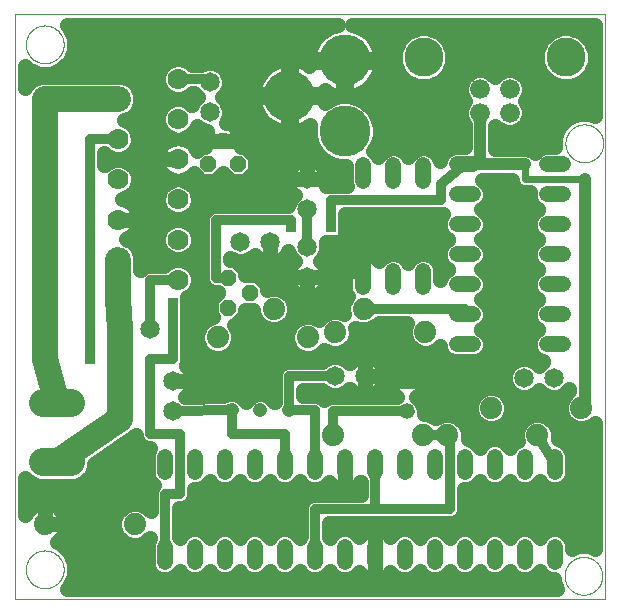
<source format=gtl>
G75*
%MOIN*%
%OFA0B0*%
%FSLAX25Y25*%
%IPPOS*%
%LPD*%
%AMOC8*
5,1,8,0,0,1.08239X$1,22.5*
%
%ADD10C,0.00000*%
%ADD11C,0.06500*%
%ADD12C,0.07000*%
%ADD13C,0.06600*%
%ADD14C,0.13000*%
%ADD15C,0.04756*%
%ADD16C,0.07400*%
%ADD17C,0.05200*%
%ADD18C,0.17000*%
%ADD19C,0.09370*%
%ADD20C,0.05200*%
%ADD21OC8,0.05200*%
%ADD22C,0.08600*%
%ADD23C,0.03200*%
%ADD24C,0.05000*%
%ADD25R,0.03562X0.03562*%
%ADD26C,0.04000*%
%ADD27C,0.02400*%
D10*
X0243500Y0183500D02*
X0243500Y0378461D01*
X0440350Y0378461D01*
X0440350Y0183500D01*
X0243500Y0183500D01*
X0247201Y0193500D02*
X0247203Y0193658D01*
X0247209Y0193816D01*
X0247219Y0193974D01*
X0247233Y0194132D01*
X0247251Y0194289D01*
X0247272Y0194446D01*
X0247298Y0194602D01*
X0247328Y0194758D01*
X0247361Y0194913D01*
X0247399Y0195066D01*
X0247440Y0195219D01*
X0247485Y0195371D01*
X0247534Y0195522D01*
X0247587Y0195671D01*
X0247643Y0195819D01*
X0247703Y0195965D01*
X0247767Y0196110D01*
X0247835Y0196253D01*
X0247906Y0196395D01*
X0247980Y0196535D01*
X0248058Y0196672D01*
X0248140Y0196808D01*
X0248224Y0196942D01*
X0248313Y0197073D01*
X0248404Y0197202D01*
X0248499Y0197329D01*
X0248596Y0197454D01*
X0248697Y0197576D01*
X0248801Y0197695D01*
X0248908Y0197812D01*
X0249018Y0197926D01*
X0249131Y0198037D01*
X0249246Y0198146D01*
X0249364Y0198251D01*
X0249485Y0198353D01*
X0249608Y0198453D01*
X0249734Y0198549D01*
X0249862Y0198642D01*
X0249992Y0198732D01*
X0250125Y0198818D01*
X0250260Y0198902D01*
X0250396Y0198981D01*
X0250535Y0199058D01*
X0250676Y0199130D01*
X0250818Y0199200D01*
X0250962Y0199265D01*
X0251108Y0199327D01*
X0251255Y0199385D01*
X0251404Y0199440D01*
X0251554Y0199491D01*
X0251705Y0199538D01*
X0251857Y0199581D01*
X0252010Y0199620D01*
X0252165Y0199656D01*
X0252320Y0199687D01*
X0252476Y0199715D01*
X0252632Y0199739D01*
X0252789Y0199759D01*
X0252947Y0199775D01*
X0253104Y0199787D01*
X0253263Y0199795D01*
X0253421Y0199799D01*
X0253579Y0199799D01*
X0253737Y0199795D01*
X0253896Y0199787D01*
X0254053Y0199775D01*
X0254211Y0199759D01*
X0254368Y0199739D01*
X0254524Y0199715D01*
X0254680Y0199687D01*
X0254835Y0199656D01*
X0254990Y0199620D01*
X0255143Y0199581D01*
X0255295Y0199538D01*
X0255446Y0199491D01*
X0255596Y0199440D01*
X0255745Y0199385D01*
X0255892Y0199327D01*
X0256038Y0199265D01*
X0256182Y0199200D01*
X0256324Y0199130D01*
X0256465Y0199058D01*
X0256604Y0198981D01*
X0256740Y0198902D01*
X0256875Y0198818D01*
X0257008Y0198732D01*
X0257138Y0198642D01*
X0257266Y0198549D01*
X0257392Y0198453D01*
X0257515Y0198353D01*
X0257636Y0198251D01*
X0257754Y0198146D01*
X0257869Y0198037D01*
X0257982Y0197926D01*
X0258092Y0197812D01*
X0258199Y0197695D01*
X0258303Y0197576D01*
X0258404Y0197454D01*
X0258501Y0197329D01*
X0258596Y0197202D01*
X0258687Y0197073D01*
X0258776Y0196942D01*
X0258860Y0196808D01*
X0258942Y0196672D01*
X0259020Y0196535D01*
X0259094Y0196395D01*
X0259165Y0196253D01*
X0259233Y0196110D01*
X0259297Y0195965D01*
X0259357Y0195819D01*
X0259413Y0195671D01*
X0259466Y0195522D01*
X0259515Y0195371D01*
X0259560Y0195219D01*
X0259601Y0195066D01*
X0259639Y0194913D01*
X0259672Y0194758D01*
X0259702Y0194602D01*
X0259728Y0194446D01*
X0259749Y0194289D01*
X0259767Y0194132D01*
X0259781Y0193974D01*
X0259791Y0193816D01*
X0259797Y0193658D01*
X0259799Y0193500D01*
X0259797Y0193342D01*
X0259791Y0193184D01*
X0259781Y0193026D01*
X0259767Y0192868D01*
X0259749Y0192711D01*
X0259728Y0192554D01*
X0259702Y0192398D01*
X0259672Y0192242D01*
X0259639Y0192087D01*
X0259601Y0191934D01*
X0259560Y0191781D01*
X0259515Y0191629D01*
X0259466Y0191478D01*
X0259413Y0191329D01*
X0259357Y0191181D01*
X0259297Y0191035D01*
X0259233Y0190890D01*
X0259165Y0190747D01*
X0259094Y0190605D01*
X0259020Y0190465D01*
X0258942Y0190328D01*
X0258860Y0190192D01*
X0258776Y0190058D01*
X0258687Y0189927D01*
X0258596Y0189798D01*
X0258501Y0189671D01*
X0258404Y0189546D01*
X0258303Y0189424D01*
X0258199Y0189305D01*
X0258092Y0189188D01*
X0257982Y0189074D01*
X0257869Y0188963D01*
X0257754Y0188854D01*
X0257636Y0188749D01*
X0257515Y0188647D01*
X0257392Y0188547D01*
X0257266Y0188451D01*
X0257138Y0188358D01*
X0257008Y0188268D01*
X0256875Y0188182D01*
X0256740Y0188098D01*
X0256604Y0188019D01*
X0256465Y0187942D01*
X0256324Y0187870D01*
X0256182Y0187800D01*
X0256038Y0187735D01*
X0255892Y0187673D01*
X0255745Y0187615D01*
X0255596Y0187560D01*
X0255446Y0187509D01*
X0255295Y0187462D01*
X0255143Y0187419D01*
X0254990Y0187380D01*
X0254835Y0187344D01*
X0254680Y0187313D01*
X0254524Y0187285D01*
X0254368Y0187261D01*
X0254211Y0187241D01*
X0254053Y0187225D01*
X0253896Y0187213D01*
X0253737Y0187205D01*
X0253579Y0187201D01*
X0253421Y0187201D01*
X0253263Y0187205D01*
X0253104Y0187213D01*
X0252947Y0187225D01*
X0252789Y0187241D01*
X0252632Y0187261D01*
X0252476Y0187285D01*
X0252320Y0187313D01*
X0252165Y0187344D01*
X0252010Y0187380D01*
X0251857Y0187419D01*
X0251705Y0187462D01*
X0251554Y0187509D01*
X0251404Y0187560D01*
X0251255Y0187615D01*
X0251108Y0187673D01*
X0250962Y0187735D01*
X0250818Y0187800D01*
X0250676Y0187870D01*
X0250535Y0187942D01*
X0250396Y0188019D01*
X0250260Y0188098D01*
X0250125Y0188182D01*
X0249992Y0188268D01*
X0249862Y0188358D01*
X0249734Y0188451D01*
X0249608Y0188547D01*
X0249485Y0188647D01*
X0249364Y0188749D01*
X0249246Y0188854D01*
X0249131Y0188963D01*
X0249018Y0189074D01*
X0248908Y0189188D01*
X0248801Y0189305D01*
X0248697Y0189424D01*
X0248596Y0189546D01*
X0248499Y0189671D01*
X0248404Y0189798D01*
X0248313Y0189927D01*
X0248224Y0190058D01*
X0248140Y0190192D01*
X0248058Y0190328D01*
X0247980Y0190465D01*
X0247906Y0190605D01*
X0247835Y0190747D01*
X0247767Y0190890D01*
X0247703Y0191035D01*
X0247643Y0191181D01*
X0247587Y0191329D01*
X0247534Y0191478D01*
X0247485Y0191629D01*
X0247440Y0191781D01*
X0247399Y0191934D01*
X0247361Y0192087D01*
X0247328Y0192242D01*
X0247298Y0192398D01*
X0247272Y0192554D01*
X0247251Y0192711D01*
X0247233Y0192868D01*
X0247219Y0193026D01*
X0247209Y0193184D01*
X0247203Y0193342D01*
X0247201Y0193500D01*
X0426754Y0191345D02*
X0426756Y0191503D01*
X0426762Y0191661D01*
X0426772Y0191819D01*
X0426786Y0191977D01*
X0426804Y0192134D01*
X0426825Y0192291D01*
X0426851Y0192447D01*
X0426881Y0192603D01*
X0426914Y0192758D01*
X0426952Y0192911D01*
X0426993Y0193064D01*
X0427038Y0193216D01*
X0427087Y0193367D01*
X0427140Y0193516D01*
X0427196Y0193664D01*
X0427256Y0193810D01*
X0427320Y0193955D01*
X0427388Y0194098D01*
X0427459Y0194240D01*
X0427533Y0194380D01*
X0427611Y0194517D01*
X0427693Y0194653D01*
X0427777Y0194787D01*
X0427866Y0194918D01*
X0427957Y0195047D01*
X0428052Y0195174D01*
X0428149Y0195299D01*
X0428250Y0195421D01*
X0428354Y0195540D01*
X0428461Y0195657D01*
X0428571Y0195771D01*
X0428684Y0195882D01*
X0428799Y0195991D01*
X0428917Y0196096D01*
X0429038Y0196198D01*
X0429161Y0196298D01*
X0429287Y0196394D01*
X0429415Y0196487D01*
X0429545Y0196577D01*
X0429678Y0196663D01*
X0429813Y0196747D01*
X0429949Y0196826D01*
X0430088Y0196903D01*
X0430229Y0196975D01*
X0430371Y0197045D01*
X0430515Y0197110D01*
X0430661Y0197172D01*
X0430808Y0197230D01*
X0430957Y0197285D01*
X0431107Y0197336D01*
X0431258Y0197383D01*
X0431410Y0197426D01*
X0431563Y0197465D01*
X0431718Y0197501D01*
X0431873Y0197532D01*
X0432029Y0197560D01*
X0432185Y0197584D01*
X0432342Y0197604D01*
X0432500Y0197620D01*
X0432657Y0197632D01*
X0432816Y0197640D01*
X0432974Y0197644D01*
X0433132Y0197644D01*
X0433290Y0197640D01*
X0433449Y0197632D01*
X0433606Y0197620D01*
X0433764Y0197604D01*
X0433921Y0197584D01*
X0434077Y0197560D01*
X0434233Y0197532D01*
X0434388Y0197501D01*
X0434543Y0197465D01*
X0434696Y0197426D01*
X0434848Y0197383D01*
X0434999Y0197336D01*
X0435149Y0197285D01*
X0435298Y0197230D01*
X0435445Y0197172D01*
X0435591Y0197110D01*
X0435735Y0197045D01*
X0435877Y0196975D01*
X0436018Y0196903D01*
X0436157Y0196826D01*
X0436293Y0196747D01*
X0436428Y0196663D01*
X0436561Y0196577D01*
X0436691Y0196487D01*
X0436819Y0196394D01*
X0436945Y0196298D01*
X0437068Y0196198D01*
X0437189Y0196096D01*
X0437307Y0195991D01*
X0437422Y0195882D01*
X0437535Y0195771D01*
X0437645Y0195657D01*
X0437752Y0195540D01*
X0437856Y0195421D01*
X0437957Y0195299D01*
X0438054Y0195174D01*
X0438149Y0195047D01*
X0438240Y0194918D01*
X0438329Y0194787D01*
X0438413Y0194653D01*
X0438495Y0194517D01*
X0438573Y0194380D01*
X0438647Y0194240D01*
X0438718Y0194098D01*
X0438786Y0193955D01*
X0438850Y0193810D01*
X0438910Y0193664D01*
X0438966Y0193516D01*
X0439019Y0193367D01*
X0439068Y0193216D01*
X0439113Y0193064D01*
X0439154Y0192911D01*
X0439192Y0192758D01*
X0439225Y0192603D01*
X0439255Y0192447D01*
X0439281Y0192291D01*
X0439302Y0192134D01*
X0439320Y0191977D01*
X0439334Y0191819D01*
X0439344Y0191661D01*
X0439350Y0191503D01*
X0439352Y0191345D01*
X0439350Y0191187D01*
X0439344Y0191029D01*
X0439334Y0190871D01*
X0439320Y0190713D01*
X0439302Y0190556D01*
X0439281Y0190399D01*
X0439255Y0190243D01*
X0439225Y0190087D01*
X0439192Y0189932D01*
X0439154Y0189779D01*
X0439113Y0189626D01*
X0439068Y0189474D01*
X0439019Y0189323D01*
X0438966Y0189174D01*
X0438910Y0189026D01*
X0438850Y0188880D01*
X0438786Y0188735D01*
X0438718Y0188592D01*
X0438647Y0188450D01*
X0438573Y0188310D01*
X0438495Y0188173D01*
X0438413Y0188037D01*
X0438329Y0187903D01*
X0438240Y0187772D01*
X0438149Y0187643D01*
X0438054Y0187516D01*
X0437957Y0187391D01*
X0437856Y0187269D01*
X0437752Y0187150D01*
X0437645Y0187033D01*
X0437535Y0186919D01*
X0437422Y0186808D01*
X0437307Y0186699D01*
X0437189Y0186594D01*
X0437068Y0186492D01*
X0436945Y0186392D01*
X0436819Y0186296D01*
X0436691Y0186203D01*
X0436561Y0186113D01*
X0436428Y0186027D01*
X0436293Y0185943D01*
X0436157Y0185864D01*
X0436018Y0185787D01*
X0435877Y0185715D01*
X0435735Y0185645D01*
X0435591Y0185580D01*
X0435445Y0185518D01*
X0435298Y0185460D01*
X0435149Y0185405D01*
X0434999Y0185354D01*
X0434848Y0185307D01*
X0434696Y0185264D01*
X0434543Y0185225D01*
X0434388Y0185189D01*
X0434233Y0185158D01*
X0434077Y0185130D01*
X0433921Y0185106D01*
X0433764Y0185086D01*
X0433606Y0185070D01*
X0433449Y0185058D01*
X0433290Y0185050D01*
X0433132Y0185046D01*
X0432974Y0185046D01*
X0432816Y0185050D01*
X0432657Y0185058D01*
X0432500Y0185070D01*
X0432342Y0185086D01*
X0432185Y0185106D01*
X0432029Y0185130D01*
X0431873Y0185158D01*
X0431718Y0185189D01*
X0431563Y0185225D01*
X0431410Y0185264D01*
X0431258Y0185307D01*
X0431107Y0185354D01*
X0430957Y0185405D01*
X0430808Y0185460D01*
X0430661Y0185518D01*
X0430515Y0185580D01*
X0430371Y0185645D01*
X0430229Y0185715D01*
X0430088Y0185787D01*
X0429949Y0185864D01*
X0429813Y0185943D01*
X0429678Y0186027D01*
X0429545Y0186113D01*
X0429415Y0186203D01*
X0429287Y0186296D01*
X0429161Y0186392D01*
X0429038Y0186492D01*
X0428917Y0186594D01*
X0428799Y0186699D01*
X0428684Y0186808D01*
X0428571Y0186919D01*
X0428461Y0187033D01*
X0428354Y0187150D01*
X0428250Y0187269D01*
X0428149Y0187391D01*
X0428052Y0187516D01*
X0427957Y0187643D01*
X0427866Y0187772D01*
X0427777Y0187903D01*
X0427693Y0188037D01*
X0427611Y0188173D01*
X0427533Y0188310D01*
X0427459Y0188450D01*
X0427388Y0188592D01*
X0427320Y0188735D01*
X0427256Y0188880D01*
X0427196Y0189026D01*
X0427140Y0189174D01*
X0427087Y0189323D01*
X0427038Y0189474D01*
X0426993Y0189626D01*
X0426952Y0189779D01*
X0426914Y0189932D01*
X0426881Y0190087D01*
X0426851Y0190243D01*
X0426825Y0190399D01*
X0426804Y0190556D01*
X0426786Y0190713D01*
X0426772Y0190871D01*
X0426762Y0191029D01*
X0426756Y0191187D01*
X0426754Y0191345D01*
X0427058Y0335517D02*
X0427060Y0335675D01*
X0427066Y0335833D01*
X0427076Y0335991D01*
X0427090Y0336149D01*
X0427108Y0336306D01*
X0427129Y0336463D01*
X0427155Y0336619D01*
X0427185Y0336775D01*
X0427218Y0336930D01*
X0427256Y0337083D01*
X0427297Y0337236D01*
X0427342Y0337388D01*
X0427391Y0337539D01*
X0427444Y0337688D01*
X0427500Y0337836D01*
X0427560Y0337982D01*
X0427624Y0338127D01*
X0427692Y0338270D01*
X0427763Y0338412D01*
X0427837Y0338552D01*
X0427915Y0338689D01*
X0427997Y0338825D01*
X0428081Y0338959D01*
X0428170Y0339090D01*
X0428261Y0339219D01*
X0428356Y0339346D01*
X0428453Y0339471D01*
X0428554Y0339593D01*
X0428658Y0339712D01*
X0428765Y0339829D01*
X0428875Y0339943D01*
X0428988Y0340054D01*
X0429103Y0340163D01*
X0429221Y0340268D01*
X0429342Y0340370D01*
X0429465Y0340470D01*
X0429591Y0340566D01*
X0429719Y0340659D01*
X0429849Y0340749D01*
X0429982Y0340835D01*
X0430117Y0340919D01*
X0430253Y0340998D01*
X0430392Y0341075D01*
X0430533Y0341147D01*
X0430675Y0341217D01*
X0430819Y0341282D01*
X0430965Y0341344D01*
X0431112Y0341402D01*
X0431261Y0341457D01*
X0431411Y0341508D01*
X0431562Y0341555D01*
X0431714Y0341598D01*
X0431867Y0341637D01*
X0432022Y0341673D01*
X0432177Y0341704D01*
X0432333Y0341732D01*
X0432489Y0341756D01*
X0432646Y0341776D01*
X0432804Y0341792D01*
X0432961Y0341804D01*
X0433120Y0341812D01*
X0433278Y0341816D01*
X0433436Y0341816D01*
X0433594Y0341812D01*
X0433753Y0341804D01*
X0433910Y0341792D01*
X0434068Y0341776D01*
X0434225Y0341756D01*
X0434381Y0341732D01*
X0434537Y0341704D01*
X0434692Y0341673D01*
X0434847Y0341637D01*
X0435000Y0341598D01*
X0435152Y0341555D01*
X0435303Y0341508D01*
X0435453Y0341457D01*
X0435602Y0341402D01*
X0435749Y0341344D01*
X0435895Y0341282D01*
X0436039Y0341217D01*
X0436181Y0341147D01*
X0436322Y0341075D01*
X0436461Y0340998D01*
X0436597Y0340919D01*
X0436732Y0340835D01*
X0436865Y0340749D01*
X0436995Y0340659D01*
X0437123Y0340566D01*
X0437249Y0340470D01*
X0437372Y0340370D01*
X0437493Y0340268D01*
X0437611Y0340163D01*
X0437726Y0340054D01*
X0437839Y0339943D01*
X0437949Y0339829D01*
X0438056Y0339712D01*
X0438160Y0339593D01*
X0438261Y0339471D01*
X0438358Y0339346D01*
X0438453Y0339219D01*
X0438544Y0339090D01*
X0438633Y0338959D01*
X0438717Y0338825D01*
X0438799Y0338689D01*
X0438877Y0338552D01*
X0438951Y0338412D01*
X0439022Y0338270D01*
X0439090Y0338127D01*
X0439154Y0337982D01*
X0439214Y0337836D01*
X0439270Y0337688D01*
X0439323Y0337539D01*
X0439372Y0337388D01*
X0439417Y0337236D01*
X0439458Y0337083D01*
X0439496Y0336930D01*
X0439529Y0336775D01*
X0439559Y0336619D01*
X0439585Y0336463D01*
X0439606Y0336306D01*
X0439624Y0336149D01*
X0439638Y0335991D01*
X0439648Y0335833D01*
X0439654Y0335675D01*
X0439656Y0335517D01*
X0439654Y0335359D01*
X0439648Y0335201D01*
X0439638Y0335043D01*
X0439624Y0334885D01*
X0439606Y0334728D01*
X0439585Y0334571D01*
X0439559Y0334415D01*
X0439529Y0334259D01*
X0439496Y0334104D01*
X0439458Y0333951D01*
X0439417Y0333798D01*
X0439372Y0333646D01*
X0439323Y0333495D01*
X0439270Y0333346D01*
X0439214Y0333198D01*
X0439154Y0333052D01*
X0439090Y0332907D01*
X0439022Y0332764D01*
X0438951Y0332622D01*
X0438877Y0332482D01*
X0438799Y0332345D01*
X0438717Y0332209D01*
X0438633Y0332075D01*
X0438544Y0331944D01*
X0438453Y0331815D01*
X0438358Y0331688D01*
X0438261Y0331563D01*
X0438160Y0331441D01*
X0438056Y0331322D01*
X0437949Y0331205D01*
X0437839Y0331091D01*
X0437726Y0330980D01*
X0437611Y0330871D01*
X0437493Y0330766D01*
X0437372Y0330664D01*
X0437249Y0330564D01*
X0437123Y0330468D01*
X0436995Y0330375D01*
X0436865Y0330285D01*
X0436732Y0330199D01*
X0436597Y0330115D01*
X0436461Y0330036D01*
X0436322Y0329959D01*
X0436181Y0329887D01*
X0436039Y0329817D01*
X0435895Y0329752D01*
X0435749Y0329690D01*
X0435602Y0329632D01*
X0435453Y0329577D01*
X0435303Y0329526D01*
X0435152Y0329479D01*
X0435000Y0329436D01*
X0434847Y0329397D01*
X0434692Y0329361D01*
X0434537Y0329330D01*
X0434381Y0329302D01*
X0434225Y0329278D01*
X0434068Y0329258D01*
X0433910Y0329242D01*
X0433753Y0329230D01*
X0433594Y0329222D01*
X0433436Y0329218D01*
X0433278Y0329218D01*
X0433120Y0329222D01*
X0432961Y0329230D01*
X0432804Y0329242D01*
X0432646Y0329258D01*
X0432489Y0329278D01*
X0432333Y0329302D01*
X0432177Y0329330D01*
X0432022Y0329361D01*
X0431867Y0329397D01*
X0431714Y0329436D01*
X0431562Y0329479D01*
X0431411Y0329526D01*
X0431261Y0329577D01*
X0431112Y0329632D01*
X0430965Y0329690D01*
X0430819Y0329752D01*
X0430675Y0329817D01*
X0430533Y0329887D01*
X0430392Y0329959D01*
X0430253Y0330036D01*
X0430117Y0330115D01*
X0429982Y0330199D01*
X0429849Y0330285D01*
X0429719Y0330375D01*
X0429591Y0330468D01*
X0429465Y0330564D01*
X0429342Y0330664D01*
X0429221Y0330766D01*
X0429103Y0330871D01*
X0428988Y0330980D01*
X0428875Y0331091D01*
X0428765Y0331205D01*
X0428658Y0331322D01*
X0428554Y0331441D01*
X0428453Y0331563D01*
X0428356Y0331688D01*
X0428261Y0331815D01*
X0428170Y0331944D01*
X0428081Y0332075D01*
X0427997Y0332209D01*
X0427915Y0332345D01*
X0427837Y0332482D01*
X0427763Y0332622D01*
X0427692Y0332764D01*
X0427624Y0332907D01*
X0427560Y0333052D01*
X0427500Y0333198D01*
X0427444Y0333346D01*
X0427391Y0333495D01*
X0427342Y0333646D01*
X0427297Y0333798D01*
X0427256Y0333951D01*
X0427218Y0334104D01*
X0427185Y0334259D01*
X0427155Y0334415D01*
X0427129Y0334571D01*
X0427108Y0334728D01*
X0427090Y0334885D01*
X0427076Y0335043D01*
X0427066Y0335201D01*
X0427060Y0335359D01*
X0427058Y0335517D01*
X0247201Y0368500D02*
X0247203Y0368658D01*
X0247209Y0368816D01*
X0247219Y0368974D01*
X0247233Y0369132D01*
X0247251Y0369289D01*
X0247272Y0369446D01*
X0247298Y0369602D01*
X0247328Y0369758D01*
X0247361Y0369913D01*
X0247399Y0370066D01*
X0247440Y0370219D01*
X0247485Y0370371D01*
X0247534Y0370522D01*
X0247587Y0370671D01*
X0247643Y0370819D01*
X0247703Y0370965D01*
X0247767Y0371110D01*
X0247835Y0371253D01*
X0247906Y0371395D01*
X0247980Y0371535D01*
X0248058Y0371672D01*
X0248140Y0371808D01*
X0248224Y0371942D01*
X0248313Y0372073D01*
X0248404Y0372202D01*
X0248499Y0372329D01*
X0248596Y0372454D01*
X0248697Y0372576D01*
X0248801Y0372695D01*
X0248908Y0372812D01*
X0249018Y0372926D01*
X0249131Y0373037D01*
X0249246Y0373146D01*
X0249364Y0373251D01*
X0249485Y0373353D01*
X0249608Y0373453D01*
X0249734Y0373549D01*
X0249862Y0373642D01*
X0249992Y0373732D01*
X0250125Y0373818D01*
X0250260Y0373902D01*
X0250396Y0373981D01*
X0250535Y0374058D01*
X0250676Y0374130D01*
X0250818Y0374200D01*
X0250962Y0374265D01*
X0251108Y0374327D01*
X0251255Y0374385D01*
X0251404Y0374440D01*
X0251554Y0374491D01*
X0251705Y0374538D01*
X0251857Y0374581D01*
X0252010Y0374620D01*
X0252165Y0374656D01*
X0252320Y0374687D01*
X0252476Y0374715D01*
X0252632Y0374739D01*
X0252789Y0374759D01*
X0252947Y0374775D01*
X0253104Y0374787D01*
X0253263Y0374795D01*
X0253421Y0374799D01*
X0253579Y0374799D01*
X0253737Y0374795D01*
X0253896Y0374787D01*
X0254053Y0374775D01*
X0254211Y0374759D01*
X0254368Y0374739D01*
X0254524Y0374715D01*
X0254680Y0374687D01*
X0254835Y0374656D01*
X0254990Y0374620D01*
X0255143Y0374581D01*
X0255295Y0374538D01*
X0255446Y0374491D01*
X0255596Y0374440D01*
X0255745Y0374385D01*
X0255892Y0374327D01*
X0256038Y0374265D01*
X0256182Y0374200D01*
X0256324Y0374130D01*
X0256465Y0374058D01*
X0256604Y0373981D01*
X0256740Y0373902D01*
X0256875Y0373818D01*
X0257008Y0373732D01*
X0257138Y0373642D01*
X0257266Y0373549D01*
X0257392Y0373453D01*
X0257515Y0373353D01*
X0257636Y0373251D01*
X0257754Y0373146D01*
X0257869Y0373037D01*
X0257982Y0372926D01*
X0258092Y0372812D01*
X0258199Y0372695D01*
X0258303Y0372576D01*
X0258404Y0372454D01*
X0258501Y0372329D01*
X0258596Y0372202D01*
X0258687Y0372073D01*
X0258776Y0371942D01*
X0258860Y0371808D01*
X0258942Y0371672D01*
X0259020Y0371535D01*
X0259094Y0371395D01*
X0259165Y0371253D01*
X0259233Y0371110D01*
X0259297Y0370965D01*
X0259357Y0370819D01*
X0259413Y0370671D01*
X0259466Y0370522D01*
X0259515Y0370371D01*
X0259560Y0370219D01*
X0259601Y0370066D01*
X0259639Y0369913D01*
X0259672Y0369758D01*
X0259702Y0369602D01*
X0259728Y0369446D01*
X0259749Y0369289D01*
X0259767Y0369132D01*
X0259781Y0368974D01*
X0259791Y0368816D01*
X0259797Y0368658D01*
X0259799Y0368500D01*
X0259797Y0368342D01*
X0259791Y0368184D01*
X0259781Y0368026D01*
X0259767Y0367868D01*
X0259749Y0367711D01*
X0259728Y0367554D01*
X0259702Y0367398D01*
X0259672Y0367242D01*
X0259639Y0367087D01*
X0259601Y0366934D01*
X0259560Y0366781D01*
X0259515Y0366629D01*
X0259466Y0366478D01*
X0259413Y0366329D01*
X0259357Y0366181D01*
X0259297Y0366035D01*
X0259233Y0365890D01*
X0259165Y0365747D01*
X0259094Y0365605D01*
X0259020Y0365465D01*
X0258942Y0365328D01*
X0258860Y0365192D01*
X0258776Y0365058D01*
X0258687Y0364927D01*
X0258596Y0364798D01*
X0258501Y0364671D01*
X0258404Y0364546D01*
X0258303Y0364424D01*
X0258199Y0364305D01*
X0258092Y0364188D01*
X0257982Y0364074D01*
X0257869Y0363963D01*
X0257754Y0363854D01*
X0257636Y0363749D01*
X0257515Y0363647D01*
X0257392Y0363547D01*
X0257266Y0363451D01*
X0257138Y0363358D01*
X0257008Y0363268D01*
X0256875Y0363182D01*
X0256740Y0363098D01*
X0256604Y0363019D01*
X0256465Y0362942D01*
X0256324Y0362870D01*
X0256182Y0362800D01*
X0256038Y0362735D01*
X0255892Y0362673D01*
X0255745Y0362615D01*
X0255596Y0362560D01*
X0255446Y0362509D01*
X0255295Y0362462D01*
X0255143Y0362419D01*
X0254990Y0362380D01*
X0254835Y0362344D01*
X0254680Y0362313D01*
X0254524Y0362285D01*
X0254368Y0362261D01*
X0254211Y0362241D01*
X0254053Y0362225D01*
X0253896Y0362213D01*
X0253737Y0362205D01*
X0253579Y0362201D01*
X0253421Y0362201D01*
X0253263Y0362205D01*
X0253104Y0362213D01*
X0252947Y0362225D01*
X0252789Y0362241D01*
X0252632Y0362261D01*
X0252476Y0362285D01*
X0252320Y0362313D01*
X0252165Y0362344D01*
X0252010Y0362380D01*
X0251857Y0362419D01*
X0251705Y0362462D01*
X0251554Y0362509D01*
X0251404Y0362560D01*
X0251255Y0362615D01*
X0251108Y0362673D01*
X0250962Y0362735D01*
X0250818Y0362800D01*
X0250676Y0362870D01*
X0250535Y0362942D01*
X0250396Y0363019D01*
X0250260Y0363098D01*
X0250125Y0363182D01*
X0249992Y0363268D01*
X0249862Y0363358D01*
X0249734Y0363451D01*
X0249608Y0363547D01*
X0249485Y0363647D01*
X0249364Y0363749D01*
X0249246Y0363854D01*
X0249131Y0363963D01*
X0249018Y0364074D01*
X0248908Y0364188D01*
X0248801Y0364305D01*
X0248697Y0364424D01*
X0248596Y0364546D01*
X0248499Y0364671D01*
X0248404Y0364798D01*
X0248313Y0364927D01*
X0248224Y0365058D01*
X0248140Y0365192D01*
X0248058Y0365328D01*
X0247980Y0365465D01*
X0247906Y0365605D01*
X0247835Y0365747D01*
X0247767Y0365890D01*
X0247703Y0366035D01*
X0247643Y0366181D01*
X0247587Y0366329D01*
X0247534Y0366478D01*
X0247485Y0366629D01*
X0247440Y0366781D01*
X0247399Y0366934D01*
X0247361Y0367087D01*
X0247328Y0367242D01*
X0247298Y0367398D01*
X0247272Y0367554D01*
X0247251Y0367711D01*
X0247233Y0367868D01*
X0247219Y0368026D01*
X0247209Y0368184D01*
X0247203Y0368342D01*
X0247201Y0368500D01*
D11*
X0308500Y0356000D03*
X0308500Y0346000D03*
X0341000Y0323500D03*
X0341000Y0313500D03*
X0341000Y0301000D03*
X0341000Y0291000D03*
X0328710Y0302684D03*
X0318710Y0302684D03*
X0288500Y0273500D03*
X0278500Y0273500D03*
X0296141Y0256327D03*
X0296141Y0246327D03*
X0350268Y0257936D03*
X0360268Y0257936D03*
X0413159Y0257366D03*
X0423159Y0257366D03*
D12*
X0297890Y0290035D03*
X0297890Y0303421D03*
X0297890Y0316807D03*
X0297890Y0330193D03*
X0297890Y0343579D03*
X0297890Y0356965D03*
X0277890Y0350272D03*
X0277890Y0336886D03*
X0277890Y0323500D03*
X0277890Y0310114D03*
X0277890Y0296728D03*
D13*
X0398579Y0345700D03*
X0398579Y0353500D03*
X0408421Y0353500D03*
X0408421Y0345700D03*
D14*
X0427200Y0364200D03*
X0379800Y0364200D03*
D15*
X0334858Y0246463D03*
X0325252Y0246463D03*
X0315858Y0246463D03*
D16*
X0311147Y0270835D03*
X0329865Y0280304D03*
X0341147Y0270835D03*
X0350320Y0272561D03*
X0359865Y0280304D03*
X0380320Y0272561D03*
X0402271Y0247270D03*
X0387682Y0238158D03*
X0379651Y0238349D03*
X0349651Y0238349D03*
X0283500Y0208500D03*
X0253500Y0208500D03*
X0417682Y0238158D03*
X0432271Y0247270D03*
D17*
X0423500Y0231100D02*
X0423500Y0225900D01*
X0413500Y0225900D02*
X0413500Y0231100D01*
X0403500Y0231100D02*
X0403500Y0225900D01*
X0393500Y0225900D02*
X0393500Y0231100D01*
X0383500Y0231100D02*
X0383500Y0225900D01*
X0373500Y0225900D02*
X0373500Y0231100D01*
X0363500Y0231100D02*
X0363500Y0225900D01*
X0353500Y0225900D02*
X0353500Y0231100D01*
X0343500Y0231100D02*
X0343500Y0225900D01*
X0333500Y0225900D02*
X0333500Y0231100D01*
X0323500Y0231100D02*
X0323500Y0225900D01*
X0313500Y0225900D02*
X0313500Y0231100D01*
X0303500Y0231100D02*
X0303500Y0225900D01*
X0293500Y0225900D02*
X0293500Y0231100D01*
X0293500Y0201100D02*
X0293500Y0195900D01*
X0303500Y0195900D02*
X0303500Y0201100D01*
X0313500Y0201100D02*
X0313500Y0195900D01*
X0323500Y0195900D02*
X0323500Y0201100D01*
X0333500Y0201100D02*
X0333500Y0195900D01*
X0343500Y0195900D02*
X0343500Y0201100D01*
X0353500Y0201100D02*
X0353500Y0195900D01*
X0363500Y0195900D02*
X0363500Y0201100D01*
X0373500Y0201100D02*
X0373500Y0195900D01*
X0383500Y0195900D02*
X0383500Y0201100D01*
X0393500Y0201100D02*
X0393500Y0195900D01*
X0403500Y0195900D02*
X0403500Y0201100D01*
X0413500Y0201100D02*
X0413500Y0195900D01*
X0423500Y0195900D02*
X0423500Y0201100D01*
X0420900Y0268500D02*
X0426100Y0268500D01*
X0426100Y0278500D02*
X0420900Y0278500D01*
X0420900Y0288500D02*
X0426100Y0288500D01*
X0426100Y0298500D02*
X0420900Y0298500D01*
X0420900Y0308500D02*
X0426100Y0308500D01*
X0426100Y0318500D02*
X0420900Y0318500D01*
X0420900Y0328500D02*
X0426100Y0328500D01*
X0396100Y0328500D02*
X0390900Y0328500D01*
X0390900Y0318500D02*
X0396100Y0318500D01*
X0396100Y0308500D02*
X0390900Y0308500D01*
X0390900Y0298500D02*
X0396100Y0298500D01*
X0396100Y0288500D02*
X0390900Y0288500D01*
X0390900Y0278500D02*
X0396100Y0278500D01*
X0396100Y0268500D02*
X0390900Y0268500D01*
X0379634Y0287731D02*
X0379634Y0292931D01*
X0369634Y0292931D02*
X0369634Y0287731D01*
X0359634Y0287731D02*
X0359634Y0292931D01*
X0359634Y0322931D02*
X0359634Y0328131D01*
X0369634Y0328131D02*
X0369634Y0322931D01*
X0379634Y0322931D02*
X0379634Y0328131D01*
D18*
X0353500Y0339563D03*
X0334996Y0351374D03*
X0353500Y0363185D03*
D19*
X0262223Y0248836D02*
X0252853Y0248836D01*
X0252853Y0229151D02*
X0262223Y0229151D01*
D20*
X0374120Y0246215D03*
X0374120Y0256215D03*
D21*
X0321951Y0285768D03*
X0314451Y0290768D03*
X0314451Y0280768D03*
X0317919Y0328710D03*
X0312919Y0336210D03*
X0307919Y0328710D03*
D22*
X0277890Y0350272D02*
X0253500Y0350272D01*
X0253500Y0263500D01*
X0257538Y0248836D01*
X0257538Y0229151D02*
X0278500Y0243657D01*
X0278500Y0273500D01*
X0277890Y0283500D01*
X0277890Y0296728D01*
D23*
X0288516Y0289855D02*
X0297890Y0290035D01*
X0296133Y0282373D02*
X0296133Y0263500D01*
X0288500Y0263500D01*
X0288500Y0238500D01*
X0298500Y0238500D01*
X0298500Y0218500D01*
X0293500Y0218500D01*
X0293500Y0198500D01*
X0333500Y0228500D02*
X0333500Y0238500D01*
X0315858Y0238500D01*
X0315858Y0246463D01*
X0296141Y0246327D01*
X0288500Y0273500D02*
X0288516Y0289855D01*
X0310705Y0290768D02*
X0310705Y0309887D01*
X0335415Y0309887D01*
X0335415Y0307515D01*
X0341000Y0313500D02*
X0341000Y0301000D01*
X0348750Y0307515D02*
X0348750Y0316657D01*
X0385478Y0316657D01*
X0385478Y0321812D01*
X0393500Y0328500D01*
X0393500Y0280304D02*
X0359865Y0280304D01*
X0350268Y0257936D02*
X0334858Y0257936D01*
X0334858Y0246463D01*
X0343500Y0246463D01*
X0343500Y0228500D01*
X0349651Y0238349D02*
X0349651Y0246314D01*
X0374120Y0246215D01*
X0379651Y0238349D02*
X0388500Y0238349D01*
X0388500Y0238500D01*
X0387682Y0238158D01*
X0388500Y0238349D02*
X0388500Y0213500D01*
X0363500Y0213500D01*
X0343500Y0213500D01*
X0343500Y0198500D01*
X0363500Y0213500D02*
X0363500Y0228500D01*
X0417682Y0238158D02*
X0423500Y0228500D01*
X0393500Y0278500D02*
X0393500Y0280304D01*
X0314451Y0290768D02*
X0310705Y0290768D01*
X0268500Y0263500D02*
X0268500Y0336886D01*
X0277890Y0336886D01*
X0297890Y0356965D02*
X0308500Y0356965D01*
X0308500Y0356000D01*
D24*
X0314302Y0353414D02*
X0323153Y0353414D01*
X0323147Y0353387D02*
X0322996Y0352048D01*
X0322996Y0351824D01*
X0334546Y0351824D01*
X0334546Y0350924D01*
X0322996Y0350924D01*
X0322996Y0350700D01*
X0323147Y0349361D01*
X0323447Y0348047D01*
X0323892Y0346775D01*
X0324477Y0345560D01*
X0325194Y0344419D01*
X0326034Y0343365D01*
X0326987Y0342412D01*
X0328041Y0341572D01*
X0329182Y0340855D01*
X0330397Y0340270D01*
X0331669Y0339825D01*
X0332983Y0339525D01*
X0334322Y0339374D01*
X0334546Y0339374D01*
X0334546Y0350924D01*
X0335446Y0350924D01*
X0335446Y0339374D01*
X0335670Y0339374D01*
X0337009Y0339525D01*
X0338323Y0339825D01*
X0339595Y0340270D01*
X0340810Y0340855D01*
X0341951Y0341572D01*
X0342050Y0341651D01*
X0341900Y0341090D01*
X0341900Y0338036D01*
X0342691Y0335086D01*
X0344218Y0332440D01*
X0346377Y0330281D01*
X0349023Y0328754D01*
X0351973Y0327963D01*
X0353934Y0327963D01*
X0353934Y0321798D01*
X0354117Y0321357D01*
X0347815Y0321357D01*
X0347336Y0321158D01*
X0347405Y0321326D01*
X0347634Y0322180D01*
X0347750Y0323058D01*
X0347750Y0323500D01*
X0347750Y0323942D01*
X0347634Y0324820D01*
X0347405Y0325674D01*
X0347067Y0326492D01*
X0346624Y0327258D01*
X0346086Y0327960D01*
X0345460Y0328586D01*
X0344758Y0329124D01*
X0343992Y0329567D01*
X0343174Y0329905D01*
X0342320Y0330134D01*
X0341442Y0330250D01*
X0341000Y0330250D01*
X0341000Y0323500D01*
X0341000Y0323500D01*
X0347750Y0323500D01*
X0341000Y0323500D01*
X0341000Y0323500D01*
X0341000Y0323500D01*
X0334250Y0323500D01*
X0334250Y0323942D01*
X0334365Y0324820D01*
X0334595Y0325674D01*
X0334933Y0326492D01*
X0335376Y0327258D01*
X0335914Y0327960D01*
X0336540Y0328586D01*
X0337242Y0329124D01*
X0338008Y0329567D01*
X0338826Y0329905D01*
X0339680Y0330134D01*
X0340558Y0330250D01*
X0341000Y0330250D01*
X0341000Y0323500D01*
X0334250Y0323500D01*
X0334250Y0323058D01*
X0334365Y0322180D01*
X0334595Y0321326D01*
X0334933Y0320508D01*
X0335376Y0319742D01*
X0335914Y0319040D01*
X0336540Y0318414D01*
X0336763Y0318243D01*
X0335617Y0317097D01*
X0334650Y0314763D01*
X0334650Y0314587D01*
X0309770Y0314587D01*
X0308042Y0313872D01*
X0306720Y0312550D01*
X0306005Y0310822D01*
X0306005Y0289833D01*
X0306720Y0288106D01*
X0308042Y0286783D01*
X0309770Y0286068D01*
X0311090Y0286068D01*
X0311390Y0285768D01*
X0308751Y0283129D01*
X0308751Y0278407D01*
X0309603Y0277556D01*
X0307295Y0276600D01*
X0305382Y0274687D01*
X0304347Y0272187D01*
X0304347Y0269482D01*
X0305382Y0266983D01*
X0307295Y0265070D01*
X0309794Y0264035D01*
X0312499Y0264035D01*
X0314999Y0265070D01*
X0316912Y0266983D01*
X0317947Y0269482D01*
X0317947Y0272187D01*
X0316912Y0274687D01*
X0316530Y0275068D01*
X0316812Y0275068D01*
X0320151Y0278407D01*
X0320151Y0280068D01*
X0323065Y0280068D01*
X0323065Y0278952D01*
X0324101Y0276452D01*
X0326014Y0274539D01*
X0328513Y0273504D01*
X0331218Y0273504D01*
X0333717Y0274539D01*
X0335630Y0276452D01*
X0336665Y0278952D01*
X0336665Y0281657D01*
X0335630Y0284156D01*
X0333717Y0286069D01*
X0331218Y0287104D01*
X0328513Y0287104D01*
X0327651Y0286747D01*
X0327651Y0288129D01*
X0324312Y0291468D01*
X0320151Y0291468D01*
X0320151Y0293129D01*
X0316812Y0296468D01*
X0315405Y0296468D01*
X0315405Y0297180D01*
X0317447Y0296334D01*
X0319974Y0296334D01*
X0322307Y0297301D01*
X0323454Y0298447D01*
X0323625Y0298224D01*
X0324250Y0297598D01*
X0324952Y0297060D01*
X0325719Y0296617D01*
X0326536Y0296279D01*
X0327391Y0296050D01*
X0328268Y0295934D01*
X0328710Y0295934D01*
X0328710Y0302684D01*
X0328711Y0302684D01*
X0328711Y0295934D01*
X0329153Y0295934D01*
X0330030Y0296050D01*
X0330885Y0296279D01*
X0331702Y0296617D01*
X0332469Y0297060D01*
X0333171Y0297598D01*
X0333796Y0298224D01*
X0334335Y0298926D01*
X0334714Y0299582D01*
X0335617Y0297403D01*
X0336763Y0296257D01*
X0336540Y0296086D01*
X0335914Y0295460D01*
X0335376Y0294758D01*
X0334933Y0293992D01*
X0334595Y0293174D01*
X0334365Y0292320D01*
X0334250Y0291442D01*
X0334250Y0291000D01*
X0341000Y0291000D01*
X0347750Y0291000D01*
X0347750Y0291442D01*
X0347634Y0292320D01*
X0347405Y0293174D01*
X0347067Y0293992D01*
X0346624Y0294758D01*
X0346086Y0295460D01*
X0345460Y0296086D01*
X0345237Y0296257D01*
X0346383Y0297403D01*
X0347350Y0299737D01*
X0347350Y0302263D01*
X0347196Y0302634D01*
X0351147Y0302634D01*
X0352287Y0303106D01*
X0353159Y0303978D01*
X0353631Y0305117D01*
X0353631Y0309912D01*
X0353450Y0310350D01*
X0353450Y0311957D01*
X0386296Y0311957D01*
X0386068Y0311729D01*
X0385200Y0309634D01*
X0385200Y0307366D01*
X0386068Y0305271D01*
X0387671Y0303668D01*
X0388076Y0303500D01*
X0387671Y0303332D01*
X0386068Y0301729D01*
X0385200Y0299634D01*
X0385200Y0297366D01*
X0386068Y0295271D01*
X0387671Y0293668D01*
X0388076Y0293500D01*
X0387671Y0293332D01*
X0386068Y0291729D01*
X0385334Y0289957D01*
X0385334Y0294065D01*
X0384466Y0296160D01*
X0382863Y0297764D01*
X0380768Y0298631D01*
X0378500Y0298631D01*
X0376405Y0297764D01*
X0374802Y0296160D01*
X0374634Y0295755D01*
X0374466Y0296160D01*
X0372863Y0297764D01*
X0370768Y0298631D01*
X0368500Y0298631D01*
X0366405Y0297764D01*
X0364817Y0296176D01*
X0364287Y0296905D01*
X0363608Y0297584D01*
X0362831Y0298149D01*
X0361976Y0298585D01*
X0361062Y0298881D01*
X0360114Y0299031D01*
X0359634Y0299031D01*
X0359154Y0299031D01*
X0358206Y0298881D01*
X0357292Y0298585D01*
X0356437Y0298149D01*
X0355660Y0297584D01*
X0354981Y0296905D01*
X0354417Y0296129D01*
X0353981Y0295273D01*
X0353684Y0294360D01*
X0353534Y0293412D01*
X0353534Y0292932D01*
X0359634Y0292932D01*
X0359634Y0299031D01*
X0359634Y0292932D01*
X0359634Y0292932D01*
X0359634Y0292931D01*
X0353534Y0292931D01*
X0353534Y0287251D01*
X0353684Y0286303D01*
X0353981Y0285390D01*
X0354417Y0284534D01*
X0354443Y0284498D01*
X0354101Y0284156D01*
X0353065Y0281657D01*
X0353065Y0278952D01*
X0353149Y0278750D01*
X0351673Y0279361D01*
X0348968Y0279361D01*
X0346468Y0278326D01*
X0344817Y0276675D01*
X0342499Y0277635D01*
X0339794Y0277635D01*
X0337295Y0276600D01*
X0335382Y0274687D01*
X0334347Y0272187D01*
X0334347Y0269482D01*
X0335382Y0266983D01*
X0337295Y0265070D01*
X0339794Y0264035D01*
X0342499Y0264035D01*
X0344999Y0265070D01*
X0346650Y0266721D01*
X0348968Y0265761D01*
X0351673Y0265761D01*
X0354172Y0266797D01*
X0356085Y0268709D01*
X0357120Y0271209D01*
X0357120Y0273914D01*
X0357037Y0274116D01*
X0358513Y0273504D01*
X0361218Y0273504D01*
X0363717Y0274539D01*
X0364782Y0275604D01*
X0374220Y0275604D01*
X0373520Y0273914D01*
X0373520Y0271209D01*
X0374555Y0268709D01*
X0376468Y0266797D01*
X0378968Y0265761D01*
X0381673Y0265761D01*
X0384172Y0266797D01*
X0385200Y0267824D01*
X0385200Y0267366D01*
X0386068Y0265271D01*
X0387671Y0263668D01*
X0389766Y0262800D01*
X0397234Y0262800D01*
X0399329Y0263668D01*
X0400932Y0265271D01*
X0401800Y0267366D01*
X0401800Y0269634D01*
X0400932Y0271729D01*
X0399329Y0273332D01*
X0398924Y0273500D01*
X0399329Y0273668D01*
X0400932Y0275271D01*
X0401800Y0277366D01*
X0401800Y0279634D01*
X0400932Y0281729D01*
X0399329Y0283332D01*
X0398924Y0283500D01*
X0399329Y0283668D01*
X0400932Y0285271D01*
X0401800Y0287366D01*
X0401800Y0289634D01*
X0400932Y0291729D01*
X0399329Y0293332D01*
X0398924Y0293500D01*
X0399329Y0293668D01*
X0400932Y0295271D01*
X0401800Y0297366D01*
X0401800Y0299634D01*
X0400932Y0301729D01*
X0399329Y0303332D01*
X0398924Y0303500D01*
X0399329Y0303668D01*
X0400932Y0305271D01*
X0401800Y0307366D01*
X0401800Y0309634D01*
X0400932Y0311729D01*
X0399329Y0313332D01*
X0398924Y0313500D01*
X0399329Y0313668D01*
X0400932Y0315271D01*
X0401800Y0317366D01*
X0401800Y0319634D01*
X0400932Y0321729D01*
X0399329Y0323332D01*
X0399165Y0323400D01*
X0409200Y0323400D01*
X0409200Y0322645D01*
X0409855Y0321064D01*
X0411064Y0319855D01*
X0412645Y0319200D01*
X0415200Y0319200D01*
X0415200Y0317366D01*
X0416068Y0315271D01*
X0417671Y0313668D01*
X0418076Y0313500D01*
X0417671Y0313332D01*
X0416068Y0311729D01*
X0415200Y0309634D01*
X0415200Y0307366D01*
X0416068Y0305271D01*
X0417671Y0303668D01*
X0418076Y0303500D01*
X0417671Y0303332D01*
X0416068Y0301729D01*
X0415200Y0299634D01*
X0415200Y0297366D01*
X0416068Y0295271D01*
X0417671Y0293668D01*
X0418076Y0293500D01*
X0417671Y0293332D01*
X0416068Y0291729D01*
X0415200Y0289634D01*
X0415200Y0287366D01*
X0416068Y0285271D01*
X0417671Y0283668D01*
X0418076Y0283500D01*
X0417671Y0283332D01*
X0416068Y0281729D01*
X0415200Y0279634D01*
X0415200Y0277366D01*
X0416068Y0275271D01*
X0417671Y0273668D01*
X0418076Y0273500D01*
X0417671Y0273332D01*
X0416068Y0271729D01*
X0415200Y0269634D01*
X0415200Y0267366D01*
X0416068Y0265271D01*
X0417671Y0263668D01*
X0419725Y0262817D01*
X0419562Y0262749D01*
X0418159Y0261346D01*
X0416756Y0262749D01*
X0414422Y0263716D01*
X0411895Y0263716D01*
X0409562Y0262749D01*
X0407775Y0260963D01*
X0406809Y0258629D01*
X0406809Y0256103D01*
X0407775Y0253769D01*
X0409562Y0251983D01*
X0411895Y0251016D01*
X0414422Y0251016D01*
X0416756Y0251983D01*
X0418159Y0253386D01*
X0419562Y0251983D01*
X0421895Y0251016D01*
X0424422Y0251016D01*
X0426756Y0251983D01*
X0428400Y0253627D01*
X0428400Y0253016D01*
X0426506Y0251122D01*
X0425471Y0248623D01*
X0425471Y0245918D01*
X0426506Y0243418D01*
X0428419Y0241506D01*
X0430918Y0240470D01*
X0433624Y0240470D01*
X0436123Y0241506D01*
X0436850Y0242233D01*
X0436850Y0200379D01*
X0435002Y0201144D01*
X0431104Y0201144D01*
X0429200Y0200355D01*
X0429200Y0202234D01*
X0428332Y0204329D01*
X0426729Y0205932D01*
X0424634Y0206800D01*
X0422366Y0206800D01*
X0420271Y0205932D01*
X0418668Y0204329D01*
X0418500Y0203924D01*
X0418332Y0204329D01*
X0416729Y0205932D01*
X0414634Y0206800D01*
X0412366Y0206800D01*
X0410271Y0205932D01*
X0408668Y0204329D01*
X0408500Y0203924D01*
X0408332Y0204329D01*
X0406729Y0205932D01*
X0404634Y0206800D01*
X0402366Y0206800D01*
X0400271Y0205932D01*
X0398668Y0204329D01*
X0398500Y0203924D01*
X0398332Y0204329D01*
X0396729Y0205932D01*
X0394634Y0206800D01*
X0392366Y0206800D01*
X0390271Y0205932D01*
X0388668Y0204329D01*
X0388500Y0203924D01*
X0388332Y0204329D01*
X0386729Y0205932D01*
X0384634Y0206800D01*
X0382366Y0206800D01*
X0380271Y0205932D01*
X0378668Y0204329D01*
X0378500Y0203924D01*
X0378332Y0204329D01*
X0376729Y0205932D01*
X0374634Y0206800D01*
X0372366Y0206800D01*
X0370271Y0205932D01*
X0368683Y0204344D01*
X0368153Y0205074D01*
X0367474Y0205753D01*
X0366697Y0206317D01*
X0365842Y0206753D01*
X0364928Y0207050D01*
X0363980Y0207200D01*
X0363500Y0207200D01*
X0363500Y0198500D01*
X0363500Y0198500D01*
X0363500Y0189800D01*
X0363980Y0189800D01*
X0364928Y0189950D01*
X0365842Y0190247D01*
X0366697Y0190683D01*
X0367474Y0191247D01*
X0368153Y0191926D01*
X0368683Y0192656D01*
X0370271Y0191068D01*
X0372366Y0190200D01*
X0374634Y0190200D01*
X0376729Y0191068D01*
X0378332Y0192671D01*
X0378500Y0193076D01*
X0378668Y0192671D01*
X0380271Y0191068D01*
X0382366Y0190200D01*
X0384634Y0190200D01*
X0386729Y0191068D01*
X0388332Y0192671D01*
X0388500Y0193076D01*
X0388668Y0192671D01*
X0390271Y0191068D01*
X0392366Y0190200D01*
X0394634Y0190200D01*
X0396729Y0191068D01*
X0398332Y0192671D01*
X0398500Y0193076D01*
X0398668Y0192671D01*
X0400271Y0191068D01*
X0402366Y0190200D01*
X0404634Y0190200D01*
X0406729Y0191068D01*
X0408332Y0192671D01*
X0408500Y0193076D01*
X0408668Y0192671D01*
X0410271Y0191068D01*
X0412366Y0190200D01*
X0414634Y0190200D01*
X0416729Y0191068D01*
X0418332Y0192671D01*
X0418500Y0193076D01*
X0418668Y0192671D01*
X0420271Y0191068D01*
X0422366Y0190200D01*
X0423254Y0190200D01*
X0423254Y0189396D01*
X0424246Y0187000D01*
X0260858Y0187000D01*
X0261807Y0187949D01*
X0263299Y0191551D01*
X0263299Y0195449D01*
X0261807Y0199051D01*
X0259051Y0201807D01*
X0257454Y0202469D01*
X0257509Y0202501D01*
X0258257Y0203075D01*
X0258925Y0203743D01*
X0259499Y0204491D01*
X0259971Y0205309D01*
X0260333Y0206181D01*
X0260577Y0207092D01*
X0260700Y0208028D01*
X0260700Y0208500D01*
X0260700Y0208972D01*
X0260577Y0209908D01*
X0260333Y0210819D01*
X0259971Y0211691D01*
X0259499Y0212509D01*
X0258925Y0213257D01*
X0258257Y0213925D01*
X0257509Y0214499D01*
X0256691Y0214971D01*
X0255819Y0215333D01*
X0254908Y0215577D01*
X0253972Y0215700D01*
X0253500Y0215700D01*
X0253500Y0208500D01*
X0253500Y0208500D01*
X0260700Y0208500D01*
X0253500Y0208500D01*
X0253500Y0208500D01*
X0253500Y0215700D01*
X0253028Y0215700D01*
X0252092Y0215577D01*
X0251181Y0215333D01*
X0250309Y0214971D01*
X0249491Y0214499D01*
X0248743Y0213925D01*
X0248075Y0213257D01*
X0247501Y0212509D01*
X0247029Y0211691D01*
X0247000Y0211622D01*
X0247000Y0223994D01*
X0248443Y0222551D01*
X0251305Y0221366D01*
X0263772Y0221366D01*
X0266633Y0222551D01*
X0268823Y0224741D01*
X0270008Y0227602D01*
X0270008Y0228781D01*
X0282062Y0237123D01*
X0282692Y0237384D01*
X0283260Y0237953D01*
X0283800Y0238326D01*
X0283800Y0237565D01*
X0284516Y0235838D01*
X0285838Y0234516D01*
X0287565Y0233800D01*
X0288449Y0233800D01*
X0287800Y0232234D01*
X0287800Y0224766D01*
X0288668Y0222671D01*
X0289846Y0221493D01*
X0289516Y0221162D01*
X0288800Y0219435D01*
X0288800Y0212817D01*
X0287352Y0214265D01*
X0284853Y0215300D01*
X0282147Y0215300D01*
X0279648Y0214265D01*
X0277735Y0212352D01*
X0276700Y0209853D01*
X0276700Y0207147D01*
X0277735Y0204648D01*
X0279648Y0202735D01*
X0282147Y0201700D01*
X0284853Y0201700D01*
X0287352Y0202735D01*
X0288471Y0203855D01*
X0287800Y0202234D01*
X0287800Y0194766D01*
X0288668Y0192671D01*
X0290271Y0191068D01*
X0292366Y0190200D01*
X0294634Y0190200D01*
X0296729Y0191068D01*
X0298332Y0192671D01*
X0298500Y0193076D01*
X0298668Y0192671D01*
X0300271Y0191068D01*
X0302366Y0190200D01*
X0304634Y0190200D01*
X0306729Y0191068D01*
X0308332Y0192671D01*
X0308500Y0193076D01*
X0308668Y0192671D01*
X0310271Y0191068D01*
X0312366Y0190200D01*
X0314634Y0190200D01*
X0316729Y0191068D01*
X0318332Y0192671D01*
X0318500Y0193076D01*
X0318668Y0192671D01*
X0320271Y0191068D01*
X0322366Y0190200D01*
X0324634Y0190200D01*
X0326729Y0191068D01*
X0328332Y0192671D01*
X0328500Y0193076D01*
X0328668Y0192671D01*
X0330271Y0191068D01*
X0332366Y0190200D01*
X0334634Y0190200D01*
X0336729Y0191068D01*
X0338332Y0192671D01*
X0338500Y0193076D01*
X0338668Y0192671D01*
X0340271Y0191068D01*
X0342366Y0190200D01*
X0344634Y0190200D01*
X0346729Y0191068D01*
X0348332Y0192671D01*
X0348500Y0193076D01*
X0348668Y0192671D01*
X0350271Y0191068D01*
X0352366Y0190200D01*
X0354634Y0190200D01*
X0356729Y0191068D01*
X0358317Y0192656D01*
X0358847Y0191926D01*
X0359526Y0191247D01*
X0360303Y0190683D01*
X0361158Y0190247D01*
X0362072Y0189950D01*
X0363020Y0189800D01*
X0363500Y0189800D01*
X0363500Y0198500D01*
X0363500Y0198500D01*
X0363500Y0207200D01*
X0363020Y0207200D01*
X0362072Y0207050D01*
X0361158Y0206753D01*
X0360303Y0206317D01*
X0359526Y0205753D01*
X0358847Y0205074D01*
X0358317Y0204344D01*
X0356729Y0205932D01*
X0354634Y0206800D01*
X0352366Y0206800D01*
X0350271Y0205932D01*
X0348668Y0204329D01*
X0348500Y0203924D01*
X0348332Y0204329D01*
X0348200Y0204461D01*
X0348200Y0208800D01*
X0389435Y0208800D01*
X0391162Y0209516D01*
X0392484Y0210838D01*
X0393200Y0212565D01*
X0393200Y0220200D01*
X0394634Y0220200D01*
X0396729Y0221068D01*
X0398332Y0222671D01*
X0398500Y0223076D01*
X0398668Y0222671D01*
X0400271Y0221068D01*
X0402366Y0220200D01*
X0404634Y0220200D01*
X0406729Y0221068D01*
X0408332Y0222671D01*
X0408500Y0223076D01*
X0408668Y0222671D01*
X0410271Y0221068D01*
X0412366Y0220200D01*
X0414634Y0220200D01*
X0416729Y0221068D01*
X0418332Y0222671D01*
X0418500Y0223076D01*
X0418668Y0222671D01*
X0420271Y0221068D01*
X0422366Y0220200D01*
X0424634Y0220200D01*
X0426729Y0221068D01*
X0428332Y0222671D01*
X0429200Y0224766D01*
X0429200Y0232234D01*
X0428332Y0234329D01*
X0426729Y0235932D01*
X0424634Y0236800D01*
X0424479Y0236800D01*
X0424482Y0236805D01*
X0424482Y0239510D01*
X0423446Y0242010D01*
X0421533Y0243922D01*
X0419034Y0244958D01*
X0416329Y0244958D01*
X0413830Y0243922D01*
X0411917Y0242010D01*
X0410882Y0239510D01*
X0410882Y0236805D01*
X0411101Y0236276D01*
X0410271Y0235932D01*
X0408668Y0234329D01*
X0408500Y0233924D01*
X0408332Y0234329D01*
X0406729Y0235932D01*
X0404634Y0236800D01*
X0402366Y0236800D01*
X0400271Y0235932D01*
X0398668Y0234329D01*
X0398500Y0233924D01*
X0398332Y0234329D01*
X0396729Y0235932D01*
X0394634Y0236800D01*
X0394479Y0236800D01*
X0394482Y0236805D01*
X0394482Y0239510D01*
X0393446Y0242010D01*
X0391533Y0243922D01*
X0389034Y0244958D01*
X0386329Y0244958D01*
X0383830Y0243922D01*
X0383762Y0243855D01*
X0383503Y0244114D01*
X0381003Y0245149D01*
X0379820Y0245149D01*
X0379820Y0247348D01*
X0378953Y0249443D01*
X0377365Y0251032D01*
X0378094Y0251562D01*
X0378773Y0252241D01*
X0379338Y0253017D01*
X0379774Y0253873D01*
X0380070Y0254786D01*
X0380220Y0255735D01*
X0380220Y0256215D01*
X0380220Y0256695D01*
X0380070Y0257643D01*
X0379774Y0258556D01*
X0379338Y0259412D01*
X0378773Y0260188D01*
X0378094Y0260867D01*
X0377318Y0261432D01*
X0376462Y0261868D01*
X0375549Y0262164D01*
X0374601Y0262315D01*
X0374121Y0262315D01*
X0374121Y0256215D01*
X0380220Y0256215D01*
X0374121Y0256215D01*
X0374121Y0256215D01*
X0374120Y0256215D01*
X0374120Y0256215D01*
X0368020Y0256215D01*
X0368020Y0256695D01*
X0368171Y0257643D01*
X0368467Y0258556D01*
X0368903Y0259412D01*
X0369468Y0260188D01*
X0370147Y0260867D01*
X0370923Y0261432D01*
X0371779Y0261868D01*
X0372692Y0262164D01*
X0373640Y0262315D01*
X0374120Y0262315D01*
X0374120Y0256215D01*
X0368020Y0256215D01*
X0368020Y0255735D01*
X0368171Y0254786D01*
X0368467Y0253873D01*
X0368903Y0253017D01*
X0369468Y0252241D01*
X0370147Y0251562D01*
X0370876Y0251032D01*
X0370773Y0250928D01*
X0350595Y0251010D01*
X0350586Y0251014D01*
X0349659Y0251014D01*
X0348735Y0251017D01*
X0348726Y0251014D01*
X0348716Y0251014D01*
X0347860Y0250659D01*
X0347004Y0250309D01*
X0346997Y0250302D01*
X0346988Y0250298D01*
X0346650Y0249959D01*
X0346162Y0250447D01*
X0344435Y0251162D01*
X0339558Y0251162D01*
X0339558Y0253236D01*
X0345987Y0253236D01*
X0346671Y0252552D01*
X0349005Y0251586D01*
X0351531Y0251586D01*
X0353865Y0252552D01*
X0355011Y0253698D01*
X0355182Y0253476D01*
X0355808Y0252850D01*
X0356510Y0252311D01*
X0357276Y0251869D01*
X0358093Y0251530D01*
X0358948Y0251301D01*
X0359825Y0251186D01*
X0360268Y0251186D01*
X0360710Y0251186D01*
X0361587Y0251301D01*
X0362442Y0251530D01*
X0363260Y0251869D01*
X0364026Y0252311D01*
X0364728Y0252850D01*
X0365353Y0253476D01*
X0365892Y0254177D01*
X0366335Y0254944D01*
X0366673Y0255761D01*
X0366902Y0256616D01*
X0367018Y0257493D01*
X0367018Y0257936D01*
X0367018Y0258378D01*
X0366902Y0259255D01*
X0366673Y0260110D01*
X0366335Y0260927D01*
X0365892Y0261694D01*
X0365353Y0262396D01*
X0364728Y0263021D01*
X0364026Y0263560D01*
X0363260Y0264003D01*
X0362442Y0264341D01*
X0361587Y0264570D01*
X0360710Y0264686D01*
X0360268Y0264686D01*
X0360268Y0257936D01*
X0360268Y0257936D01*
X0367018Y0257936D01*
X0360268Y0257936D01*
X0360268Y0257936D01*
X0360268Y0264686D01*
X0359825Y0264686D01*
X0358948Y0264570D01*
X0358093Y0264341D01*
X0357276Y0264003D01*
X0356510Y0263560D01*
X0355808Y0263021D01*
X0355182Y0262396D01*
X0355011Y0262173D01*
X0353865Y0263319D01*
X0351531Y0264286D01*
X0349005Y0264286D01*
X0346671Y0263319D01*
X0345987Y0262636D01*
X0333923Y0262636D01*
X0332196Y0261920D01*
X0330874Y0260598D01*
X0330158Y0258871D01*
X0330158Y0249430D01*
X0330055Y0249181D01*
X0329896Y0249566D01*
X0328355Y0251106D01*
X0326341Y0251940D01*
X0324162Y0251940D01*
X0322149Y0251106D01*
X0320608Y0249566D01*
X0320555Y0249438D01*
X0320502Y0249566D01*
X0318961Y0251106D01*
X0316948Y0251940D01*
X0314768Y0251940D01*
X0312840Y0251142D01*
X0300392Y0251056D01*
X0300378Y0251070D01*
X0300601Y0251241D01*
X0301227Y0251867D01*
X0301766Y0252569D01*
X0302208Y0253335D01*
X0302547Y0254152D01*
X0302776Y0255007D01*
X0302891Y0255884D01*
X0302891Y0256327D01*
X0302891Y0256769D01*
X0302776Y0257646D01*
X0302547Y0258501D01*
X0302208Y0259319D01*
X0301766Y0260085D01*
X0301227Y0260787D01*
X0300601Y0261413D01*
X0300415Y0261555D01*
X0300833Y0262565D01*
X0300833Y0279538D01*
X0301014Y0279975D01*
X0301014Y0284186D01*
X0301628Y0284440D01*
X0303485Y0286297D01*
X0304490Y0288723D01*
X0304490Y0291348D01*
X0303485Y0293774D01*
X0301628Y0295631D01*
X0299203Y0296635D01*
X0296577Y0296635D01*
X0294151Y0295631D01*
X0293166Y0294646D01*
X0288473Y0294555D01*
X0287586Y0294556D01*
X0287540Y0294537D01*
X0287491Y0294536D01*
X0286678Y0294181D01*
X0285858Y0293842D01*
X0285823Y0293808D01*
X0285778Y0293788D01*
X0285290Y0293281D01*
X0285290Y0298200D01*
X0284163Y0300920D01*
X0282082Y0303002D01*
X0280546Y0303638D01*
X0280992Y0303823D01*
X0281787Y0304281D01*
X0282515Y0304840D01*
X0283164Y0305489D01*
X0283723Y0306217D01*
X0284181Y0307012D01*
X0284532Y0307859D01*
X0284770Y0308746D01*
X0284890Y0309655D01*
X0284890Y0310114D01*
X0277890Y0310114D01*
X0277890Y0310114D01*
X0284890Y0310114D01*
X0284890Y0310573D01*
X0284770Y0311483D01*
X0284532Y0312369D01*
X0284181Y0313217D01*
X0283723Y0314012D01*
X0283164Y0314739D01*
X0282515Y0315388D01*
X0281787Y0315947D01*
X0280992Y0316406D01*
X0280145Y0316757D01*
X0279363Y0316966D01*
X0281628Y0317905D01*
X0283485Y0319761D01*
X0284490Y0322187D01*
X0284490Y0324813D01*
X0283485Y0327239D01*
X0281628Y0329095D01*
X0279203Y0330100D01*
X0276577Y0330100D01*
X0274151Y0329095D01*
X0273200Y0328144D01*
X0273200Y0332186D01*
X0273256Y0332186D01*
X0274151Y0331291D01*
X0276577Y0330286D01*
X0279203Y0330286D01*
X0281628Y0331291D01*
X0283485Y0333147D01*
X0284490Y0335573D01*
X0284490Y0338199D01*
X0283485Y0340624D01*
X0281628Y0342481D01*
X0280023Y0343146D01*
X0282082Y0343998D01*
X0284163Y0346080D01*
X0285290Y0348800D01*
X0285290Y0351744D01*
X0284163Y0354463D01*
X0282082Y0356545D01*
X0279362Y0357672D01*
X0252028Y0357672D01*
X0249308Y0356545D01*
X0247227Y0354463D01*
X0247000Y0353916D01*
X0247000Y0361142D01*
X0247949Y0360193D01*
X0251551Y0358701D01*
X0255449Y0358701D01*
X0259051Y0360193D01*
X0261807Y0362949D01*
X0263299Y0366551D01*
X0263299Y0370449D01*
X0261807Y0374051D01*
X0260898Y0374961D01*
X0351165Y0374961D01*
X0350173Y0374734D01*
X0348901Y0374289D01*
X0347686Y0373704D01*
X0346545Y0372987D01*
X0345491Y0372147D01*
X0344538Y0371194D01*
X0343698Y0370140D01*
X0342981Y0368999D01*
X0342396Y0367784D01*
X0341951Y0366512D01*
X0341651Y0365198D01*
X0341500Y0363859D01*
X0341500Y0363635D01*
X0353050Y0363635D01*
X0353050Y0362735D01*
X0353950Y0362735D01*
X0353950Y0351185D01*
X0354174Y0351185D01*
X0355513Y0351336D01*
X0356827Y0351636D01*
X0358099Y0352081D01*
X0359314Y0352666D01*
X0360455Y0353383D01*
X0361509Y0354223D01*
X0362462Y0355176D01*
X0363302Y0356230D01*
X0364019Y0357371D01*
X0364604Y0358586D01*
X0365049Y0359858D01*
X0365349Y0361172D01*
X0365500Y0362511D01*
X0365500Y0362735D01*
X0353950Y0362735D01*
X0353950Y0363635D01*
X0365500Y0363635D01*
X0365500Y0363859D01*
X0365349Y0365198D01*
X0365049Y0366512D01*
X0364604Y0367784D01*
X0364019Y0368999D01*
X0363302Y0370140D01*
X0362462Y0371194D01*
X0361509Y0372147D01*
X0360455Y0372987D01*
X0359314Y0373704D01*
X0358099Y0374289D01*
X0356827Y0374734D01*
X0355835Y0374961D01*
X0436850Y0374961D01*
X0436850Y0344676D01*
X0435306Y0345316D01*
X0431408Y0345316D01*
X0427806Y0343824D01*
X0425050Y0341067D01*
X0423558Y0337466D01*
X0423558Y0334200D01*
X0419766Y0334200D01*
X0417671Y0333332D01*
X0416776Y0332437D01*
X0416389Y0332824D01*
X0414514Y0333600D01*
X0403679Y0333600D01*
X0403679Y0341392D01*
X0404796Y0340274D01*
X0407148Y0339300D01*
X0409694Y0339300D01*
X0412047Y0340274D01*
X0413847Y0342075D01*
X0414821Y0344427D01*
X0414821Y0346973D01*
X0413847Y0349325D01*
X0413572Y0349600D01*
X0413847Y0349875D01*
X0414821Y0352227D01*
X0414821Y0354773D01*
X0413847Y0357125D01*
X0412047Y0358926D01*
X0409694Y0359900D01*
X0407148Y0359900D01*
X0404796Y0358926D01*
X0403500Y0357630D01*
X0402204Y0358926D01*
X0399852Y0359900D01*
X0397306Y0359900D01*
X0394953Y0358926D01*
X0393153Y0357125D01*
X0392179Y0354773D01*
X0392179Y0352227D01*
X0393153Y0349875D01*
X0393428Y0349600D01*
X0393153Y0349325D01*
X0392179Y0346973D01*
X0392179Y0344427D01*
X0393153Y0342075D01*
X0393479Y0341749D01*
X0393479Y0334200D01*
X0389766Y0334200D01*
X0387671Y0333332D01*
X0386068Y0331729D01*
X0385200Y0329634D01*
X0385200Y0329589D01*
X0384466Y0331360D01*
X0382863Y0332964D01*
X0380768Y0333831D01*
X0378500Y0333831D01*
X0376405Y0332964D01*
X0374802Y0331360D01*
X0374634Y0330955D01*
X0374466Y0331360D01*
X0372863Y0332964D01*
X0370768Y0333831D01*
X0368500Y0333831D01*
X0366405Y0332964D01*
X0364802Y0331360D01*
X0364634Y0330955D01*
X0364466Y0331360D01*
X0363003Y0332823D01*
X0364309Y0335086D01*
X0365100Y0338036D01*
X0365100Y0341090D01*
X0364309Y0344040D01*
X0362782Y0346686D01*
X0360623Y0348845D01*
X0357977Y0350372D01*
X0355027Y0351163D01*
X0351973Y0351163D01*
X0349023Y0350372D01*
X0346781Y0349078D01*
X0346845Y0349361D01*
X0346996Y0350700D01*
X0346996Y0350924D01*
X0335446Y0350924D01*
X0335446Y0351824D01*
X0334546Y0351824D01*
X0334546Y0363374D01*
X0334322Y0363374D01*
X0332983Y0363223D01*
X0331669Y0362923D01*
X0330397Y0362478D01*
X0329182Y0361893D01*
X0328041Y0361176D01*
X0326987Y0360336D01*
X0326034Y0359383D01*
X0325194Y0358329D01*
X0324477Y0357188D01*
X0323892Y0355973D01*
X0323447Y0354701D01*
X0323147Y0353387D01*
X0323363Y0348415D02*
X0314373Y0348415D01*
X0314850Y0347263D02*
X0313883Y0349597D01*
X0312480Y0351000D01*
X0313883Y0352403D01*
X0314850Y0354737D01*
X0314850Y0357263D01*
X0313883Y0359597D01*
X0312097Y0361383D01*
X0309763Y0362350D01*
X0307237Y0362350D01*
X0305582Y0361665D01*
X0302524Y0361665D01*
X0301628Y0362560D01*
X0299203Y0363565D01*
X0296577Y0363565D01*
X0294151Y0362560D01*
X0292295Y0360703D01*
X0291290Y0358277D01*
X0291290Y0355652D01*
X0292295Y0353226D01*
X0294151Y0351369D01*
X0296577Y0350365D01*
X0299203Y0350365D01*
X0301628Y0351369D01*
X0302524Y0352265D01*
X0303255Y0352265D01*
X0304520Y0351000D01*
X0303117Y0349597D01*
X0302557Y0348245D01*
X0301628Y0349174D01*
X0299203Y0350179D01*
X0296577Y0350179D01*
X0294151Y0349174D01*
X0292295Y0347317D01*
X0291290Y0344892D01*
X0291290Y0342266D01*
X0292295Y0339840D01*
X0294151Y0337984D01*
X0296417Y0337045D01*
X0295635Y0336836D01*
X0294787Y0336484D01*
X0293992Y0336026D01*
X0293264Y0335467D01*
X0292616Y0334818D01*
X0292057Y0334090D01*
X0291598Y0333296D01*
X0291247Y0332448D01*
X0291010Y0331561D01*
X0290890Y0330652D01*
X0290890Y0330193D01*
X0297890Y0330193D01*
X0297890Y0330193D01*
X0290890Y0330193D01*
X0290890Y0329734D01*
X0291010Y0328824D01*
X0291247Y0327938D01*
X0291598Y0327090D01*
X0292057Y0326296D01*
X0292616Y0325568D01*
X0293264Y0324919D01*
X0293992Y0324360D01*
X0294787Y0323901D01*
X0295635Y0323550D01*
X0296417Y0323341D01*
X0294151Y0322402D01*
X0292295Y0320546D01*
X0291290Y0318120D01*
X0291290Y0315494D01*
X0292295Y0313068D01*
X0294151Y0311212D01*
X0296577Y0310207D01*
X0299203Y0310207D01*
X0301628Y0311212D01*
X0303485Y0313068D01*
X0304490Y0315494D01*
X0304490Y0318120D01*
X0303485Y0320546D01*
X0301628Y0322402D01*
X0299363Y0323341D01*
X0300145Y0323550D01*
X0300992Y0323901D01*
X0301787Y0324360D01*
X0302515Y0324919D01*
X0303082Y0325486D01*
X0305558Y0323010D01*
X0310280Y0323010D01*
X0312919Y0325649D01*
X0315558Y0323010D01*
X0320280Y0323010D01*
X0323619Y0326349D01*
X0323619Y0331071D01*
X0320280Y0334410D01*
X0319019Y0334410D01*
X0319019Y0336210D01*
X0319019Y0338737D01*
X0315446Y0342310D01*
X0313790Y0342310D01*
X0313883Y0342403D01*
X0314850Y0344737D01*
X0314850Y0347263D01*
X0314303Y0343417D02*
X0325993Y0343417D01*
X0334546Y0343417D02*
X0335446Y0343417D01*
X0335446Y0348415D02*
X0334546Y0348415D01*
X0335446Y0351824D02*
X0346996Y0351824D01*
X0346996Y0352048D01*
X0346869Y0353180D01*
X0347686Y0352666D01*
X0348901Y0352081D01*
X0350173Y0351636D01*
X0351487Y0351336D01*
X0352826Y0351185D01*
X0353050Y0351185D01*
X0353050Y0362735D01*
X0341500Y0362735D01*
X0341500Y0362511D01*
X0341628Y0361379D01*
X0340810Y0361893D01*
X0339595Y0362478D01*
X0338323Y0362923D01*
X0337009Y0363223D01*
X0335670Y0363374D01*
X0335446Y0363374D01*
X0335446Y0351824D01*
X0335446Y0353414D02*
X0334546Y0353414D01*
X0334546Y0358412D02*
X0335446Y0358412D01*
X0325260Y0358412D02*
X0314374Y0358412D01*
X0302627Y0348415D02*
X0302387Y0348415D01*
X0304128Y0341392D02*
X0304903Y0340617D01*
X0307237Y0339650D01*
X0307732Y0339650D01*
X0306819Y0338737D01*
X0306819Y0336210D01*
X0312919Y0336210D01*
X0312919Y0336210D01*
X0319019Y0336210D01*
X0312919Y0336210D01*
X0312919Y0336210D01*
X0306819Y0336210D01*
X0306819Y0334410D01*
X0305558Y0334410D01*
X0304258Y0333110D01*
X0304181Y0333296D01*
X0303723Y0334090D01*
X0303164Y0334818D01*
X0302515Y0335467D01*
X0301787Y0336026D01*
X0300992Y0336484D01*
X0300145Y0336836D01*
X0299363Y0337045D01*
X0301628Y0337984D01*
X0303485Y0339840D01*
X0304128Y0341392D01*
X0302063Y0338418D02*
X0306819Y0338418D01*
X0304568Y0333420D02*
X0304110Y0333420D01*
X0293717Y0338418D02*
X0284399Y0338418D01*
X0283598Y0333420D02*
X0291670Y0333420D01*
X0291118Y0328421D02*
X0282302Y0328421D01*
X0284490Y0323423D02*
X0296111Y0323423D01*
X0299668Y0323423D02*
X0305145Y0323423D01*
X0304364Y0318424D02*
X0336530Y0318424D01*
X0334250Y0323423D02*
X0320693Y0323423D01*
X0315145Y0323423D02*
X0310693Y0323423D01*
X0307596Y0313426D02*
X0303633Y0313426D01*
X0301628Y0309016D02*
X0299203Y0310021D01*
X0296577Y0310021D01*
X0294151Y0309016D01*
X0292295Y0307160D01*
X0291290Y0304734D01*
X0291290Y0302108D01*
X0292295Y0299683D01*
X0294151Y0297826D01*
X0296577Y0296821D01*
X0299203Y0296821D01*
X0301628Y0297826D01*
X0303485Y0299683D01*
X0304490Y0302108D01*
X0304490Y0304734D01*
X0303485Y0307160D01*
X0301628Y0309016D01*
X0302218Y0308427D02*
X0306005Y0308427D01*
X0306005Y0303429D02*
X0304490Y0303429D01*
X0306005Y0298430D02*
X0302232Y0298430D01*
X0303627Y0293432D02*
X0306005Y0293432D01*
X0306585Y0288433D02*
X0304370Y0288433D01*
X0301014Y0283434D02*
X0309057Y0283434D01*
X0308751Y0278436D02*
X0300833Y0278436D01*
X0300833Y0273437D02*
X0304865Y0273437D01*
X0304779Y0268439D02*
X0300833Y0268439D01*
X0300833Y0263440D02*
X0346964Y0263440D01*
X0353571Y0263440D02*
X0356354Y0263440D01*
X0360268Y0263440D02*
X0360268Y0263440D01*
X0364182Y0263440D02*
X0388220Y0263440D01*
X0379811Y0258442D02*
X0406809Y0258442D01*
X0408101Y0253443D02*
X0405137Y0253443D01*
X0406123Y0253035D02*
X0403624Y0254070D01*
X0400918Y0254070D01*
X0398419Y0253035D01*
X0396506Y0251122D01*
X0395471Y0248623D01*
X0395471Y0245918D01*
X0396506Y0243418D01*
X0398419Y0241506D01*
X0400918Y0240470D01*
X0403624Y0240470D01*
X0406123Y0241506D01*
X0408036Y0243418D01*
X0409071Y0245918D01*
X0409071Y0248623D01*
X0408036Y0251122D01*
X0406123Y0253035D01*
X0409071Y0248445D02*
X0425471Y0248445D01*
X0426495Y0243446D02*
X0422009Y0243446D01*
X0424482Y0238448D02*
X0436850Y0238448D01*
X0436850Y0233449D02*
X0428696Y0233449D01*
X0429200Y0228451D02*
X0436850Y0228451D01*
X0436850Y0223452D02*
X0428656Y0223452D01*
X0436850Y0218454D02*
X0393200Y0218454D01*
X0393200Y0213455D02*
X0436850Y0213455D01*
X0436850Y0208457D02*
X0348200Y0208457D01*
X0338800Y0208457D02*
X0298200Y0208457D01*
X0300271Y0205932D02*
X0298668Y0204329D01*
X0298500Y0203924D01*
X0298332Y0204329D01*
X0298200Y0204461D01*
X0298200Y0213800D01*
X0299435Y0213800D01*
X0301162Y0214516D01*
X0302484Y0215838D01*
X0303200Y0217565D01*
X0303200Y0220200D01*
X0304634Y0220200D01*
X0306729Y0221068D01*
X0308332Y0222671D01*
X0308500Y0223076D01*
X0308668Y0222671D01*
X0310271Y0221068D01*
X0312366Y0220200D01*
X0314634Y0220200D01*
X0316729Y0221068D01*
X0318332Y0222671D01*
X0318500Y0223076D01*
X0318668Y0222671D01*
X0320271Y0221068D01*
X0322366Y0220200D01*
X0324634Y0220200D01*
X0326729Y0221068D01*
X0328332Y0222671D01*
X0328500Y0223076D01*
X0328668Y0222671D01*
X0330271Y0221068D01*
X0332366Y0220200D01*
X0334634Y0220200D01*
X0336729Y0221068D01*
X0338332Y0222671D01*
X0338500Y0223076D01*
X0338668Y0222671D01*
X0340271Y0221068D01*
X0342366Y0220200D01*
X0344634Y0220200D01*
X0346729Y0221068D01*
X0348317Y0222656D01*
X0348847Y0221926D01*
X0349526Y0221247D01*
X0350303Y0220683D01*
X0351158Y0220247D01*
X0352072Y0219950D01*
X0353020Y0219800D01*
X0353500Y0219800D01*
X0353980Y0219800D01*
X0354928Y0219950D01*
X0355842Y0220247D01*
X0356697Y0220683D01*
X0357474Y0221247D01*
X0358153Y0221926D01*
X0358683Y0222656D01*
X0358800Y0222539D01*
X0358800Y0218200D01*
X0342565Y0218200D01*
X0340838Y0217484D01*
X0339516Y0216162D01*
X0338800Y0214435D01*
X0338800Y0204461D01*
X0338668Y0204329D01*
X0338500Y0203924D01*
X0338332Y0204329D01*
X0336729Y0205932D01*
X0334634Y0206800D01*
X0332366Y0206800D01*
X0330271Y0205932D01*
X0328668Y0204329D01*
X0328500Y0203924D01*
X0328332Y0204329D01*
X0326729Y0205932D01*
X0324634Y0206800D01*
X0322366Y0206800D01*
X0320271Y0205932D01*
X0318668Y0204329D01*
X0318500Y0203924D01*
X0318332Y0204329D01*
X0316729Y0205932D01*
X0314634Y0206800D01*
X0312366Y0206800D01*
X0310271Y0205932D01*
X0308668Y0204329D01*
X0308500Y0203924D01*
X0308332Y0204329D01*
X0306729Y0205932D01*
X0304634Y0206800D01*
X0302366Y0206800D01*
X0300271Y0205932D01*
X0298200Y0213455D02*
X0338800Y0213455D01*
X0353500Y0219800D02*
X0353500Y0228500D01*
X0353500Y0219800D01*
X0353500Y0223452D02*
X0353500Y0223452D01*
X0353500Y0228451D02*
X0353500Y0228451D01*
X0353500Y0228500D02*
X0353500Y0228500D01*
X0358800Y0218454D02*
X0303200Y0218454D01*
X0288800Y0218454D02*
X0247000Y0218454D01*
X0247000Y0223452D02*
X0247542Y0223452D01*
X0247000Y0213455D02*
X0248273Y0213455D01*
X0253500Y0213455D02*
X0253500Y0213455D01*
X0258727Y0213455D02*
X0278839Y0213455D01*
X0276700Y0208457D02*
X0260700Y0208457D01*
X0258641Y0203458D02*
X0278925Y0203458D01*
X0288075Y0203458D02*
X0288307Y0203458D01*
X0287800Y0198460D02*
X0262052Y0198460D01*
X0263299Y0193461D02*
X0288340Y0193461D01*
X0288161Y0213455D02*
X0288800Y0213455D01*
X0288344Y0223452D02*
X0267535Y0223452D01*
X0270008Y0228451D02*
X0287800Y0228451D01*
X0288304Y0233449D02*
X0276753Y0233449D01*
X0296141Y0256327D02*
X0296141Y0256327D01*
X0302891Y0256327D01*
X0296141Y0256327D01*
X0302253Y0253443D02*
X0330158Y0253443D01*
X0330158Y0258442D02*
X0302562Y0258442D01*
X0317515Y0268439D02*
X0334779Y0268439D01*
X0334865Y0273437D02*
X0317429Y0273437D01*
X0320151Y0278436D02*
X0323279Y0278436D01*
X0327347Y0288433D02*
X0334757Y0288433D01*
X0334595Y0288826D02*
X0334933Y0288008D01*
X0335376Y0287242D01*
X0335914Y0286540D01*
X0336540Y0285914D01*
X0337242Y0285376D01*
X0338008Y0284933D01*
X0338826Y0284595D01*
X0339680Y0284365D01*
X0340558Y0284250D01*
X0341000Y0284250D01*
X0341442Y0284250D01*
X0342320Y0284365D01*
X0343174Y0284595D01*
X0343992Y0284933D01*
X0344758Y0285376D01*
X0345460Y0285914D01*
X0346086Y0286540D01*
X0346624Y0287242D01*
X0347067Y0288008D01*
X0347405Y0288826D01*
X0347634Y0289680D01*
X0347750Y0290558D01*
X0347750Y0291000D01*
X0341000Y0291000D01*
X0341000Y0291000D01*
X0341000Y0284250D01*
X0341000Y0291000D01*
X0341000Y0291000D01*
X0341000Y0291000D01*
X0334250Y0291000D01*
X0334250Y0290558D01*
X0334365Y0289680D01*
X0334595Y0288826D01*
X0334701Y0293432D02*
X0319849Y0293432D01*
X0323437Y0298430D02*
X0323467Y0298430D01*
X0328710Y0298430D02*
X0328711Y0298430D01*
X0333954Y0298430D02*
X0335191Y0298430D01*
X0346809Y0298430D02*
X0356989Y0298430D01*
X0359634Y0298430D02*
X0359634Y0298430D01*
X0362279Y0298430D02*
X0368014Y0298430D01*
X0371254Y0298430D02*
X0378014Y0298430D01*
X0381254Y0298430D02*
X0385200Y0298430D01*
X0387904Y0303429D02*
X0352610Y0303429D01*
X0353631Y0308427D02*
X0385200Y0308427D01*
X0399096Y0303429D02*
X0417904Y0303429D01*
X0415200Y0308427D02*
X0401800Y0308427D01*
X0399103Y0313426D02*
X0417897Y0313426D01*
X0415200Y0318424D02*
X0401800Y0318424D01*
X0414950Y0333420D02*
X0417882Y0333420D01*
X0423952Y0338418D02*
X0403679Y0338418D01*
X0393479Y0338418D02*
X0365100Y0338418D01*
X0364477Y0343417D02*
X0392597Y0343417D01*
X0392776Y0348415D02*
X0361053Y0348415D01*
X0360494Y0353414D02*
X0392179Y0353414D01*
X0394440Y0358412D02*
X0387589Y0358412D01*
X0387938Y0358762D02*
X0389400Y0362290D01*
X0389400Y0366110D01*
X0387938Y0369638D01*
X0385238Y0372338D01*
X0381710Y0373800D01*
X0377890Y0373800D01*
X0374362Y0372338D01*
X0371662Y0369638D01*
X0370200Y0366110D01*
X0370200Y0362290D01*
X0371662Y0358762D01*
X0374362Y0356062D01*
X0377890Y0354600D01*
X0381710Y0354600D01*
X0385238Y0356062D01*
X0387938Y0358762D01*
X0389400Y0363411D02*
X0417600Y0363411D01*
X0417600Y0362290D02*
X0417600Y0366110D01*
X0419062Y0369638D01*
X0421762Y0372338D01*
X0425290Y0373800D01*
X0429110Y0373800D01*
X0432638Y0372338D01*
X0435338Y0369638D01*
X0436800Y0366110D01*
X0436800Y0362290D01*
X0435338Y0358762D01*
X0432638Y0356062D01*
X0429110Y0354600D01*
X0425290Y0354600D01*
X0421762Y0356062D01*
X0419062Y0358762D01*
X0417600Y0362290D01*
X0419411Y0358412D02*
X0412560Y0358412D01*
X0414821Y0353414D02*
X0436850Y0353414D01*
X0436850Y0358412D02*
X0434989Y0358412D01*
X0436800Y0363411D02*
X0436850Y0363411D01*
X0436850Y0368409D02*
X0435847Y0368409D01*
X0436850Y0373408D02*
X0430057Y0373408D01*
X0424343Y0373408D02*
X0382657Y0373408D01*
X0376943Y0373408D02*
X0359786Y0373408D01*
X0364303Y0368409D02*
X0371153Y0368409D01*
X0370200Y0363411D02*
X0353950Y0363411D01*
X0353050Y0363411D02*
X0299574Y0363411D01*
X0296205Y0363411D02*
X0261999Y0363411D01*
X0263299Y0368409D02*
X0342697Y0368409D01*
X0347214Y0373408D02*
X0262074Y0373408D01*
X0247000Y0358412D02*
X0291346Y0358412D01*
X0292217Y0353414D02*
X0284598Y0353414D01*
X0285130Y0348415D02*
X0293392Y0348415D01*
X0291290Y0343417D02*
X0280677Y0343417D01*
X0273477Y0328421D02*
X0273200Y0328421D01*
X0282148Y0318424D02*
X0291416Y0318424D01*
X0292147Y0313426D02*
X0284061Y0313426D01*
X0284685Y0308427D02*
X0293562Y0308427D01*
X0291290Y0303429D02*
X0281051Y0303429D01*
X0285195Y0298430D02*
X0293547Y0298430D01*
X0285435Y0293432D02*
X0285290Y0293432D01*
X0323619Y0328421D02*
X0336375Y0328421D01*
X0341000Y0328421D02*
X0341000Y0328421D01*
X0345625Y0328421D02*
X0350263Y0328421D01*
X0347750Y0323423D02*
X0353934Y0323423D01*
X0363348Y0333420D02*
X0367506Y0333420D01*
X0371762Y0333420D02*
X0377506Y0333420D01*
X0381762Y0333420D02*
X0387882Y0333420D01*
X0414403Y0343417D02*
X0427399Y0343417D01*
X0436850Y0348415D02*
X0414224Y0348415D01*
X0404282Y0358412D02*
X0402718Y0358412D01*
X0388447Y0368409D02*
X0418553Y0368409D01*
X0372011Y0358412D02*
X0364520Y0358412D01*
X0353950Y0358412D02*
X0353050Y0358412D01*
X0353050Y0353414D02*
X0353950Y0353414D01*
X0341900Y0338418D02*
X0319019Y0338418D01*
X0321270Y0333420D02*
X0343652Y0333420D01*
X0347299Y0293432D02*
X0353537Y0293432D01*
X0353534Y0288433D02*
X0347243Y0288433D01*
X0341000Y0288433D02*
X0341000Y0288433D01*
X0335929Y0283434D02*
X0353802Y0283434D01*
X0346734Y0278436D02*
X0336452Y0278436D01*
X0357120Y0273437D02*
X0373520Y0273437D01*
X0374826Y0268439D02*
X0355814Y0268439D01*
X0360268Y0258442D02*
X0360268Y0258442D01*
X0360268Y0257936D02*
X0360268Y0251186D01*
X0360268Y0257936D01*
X0360268Y0257936D01*
X0360268Y0253443D02*
X0360268Y0253443D01*
X0365321Y0253443D02*
X0368686Y0253443D01*
X0368430Y0258442D02*
X0367009Y0258442D01*
X0374120Y0258442D02*
X0374121Y0258442D01*
X0379555Y0253443D02*
X0399405Y0253443D01*
X0395471Y0248445D02*
X0379366Y0248445D01*
X0392009Y0243446D02*
X0396495Y0243446D01*
X0394482Y0238448D02*
X0410882Y0238448D01*
X0413354Y0243446D02*
X0408047Y0243446D01*
X0411230Y0263440D02*
X0398780Y0263440D01*
X0401800Y0268439D02*
X0415200Y0268439D01*
X0417925Y0273437D02*
X0399075Y0273437D01*
X0401800Y0278436D02*
X0415200Y0278436D01*
X0417918Y0283434D02*
X0399082Y0283434D01*
X0401800Y0288433D02*
X0415200Y0288433D01*
X0417911Y0293432D02*
X0399089Y0293432D01*
X0401800Y0298430D02*
X0415200Y0298430D01*
X0387911Y0293432D02*
X0385334Y0293432D01*
X0359634Y0293432D02*
X0359634Y0293432D01*
X0355214Y0253443D02*
X0354756Y0253443D01*
X0363500Y0203458D02*
X0363500Y0203458D01*
X0363500Y0198460D02*
X0363500Y0198460D01*
X0363500Y0193461D02*
X0363500Y0193461D01*
X0423640Y0188463D02*
X0262020Y0188463D01*
X0415087Y0263440D02*
X0418220Y0263440D01*
X0428216Y0253443D02*
X0428400Y0253443D01*
X0428693Y0203458D02*
X0436850Y0203458D01*
D25*
X0402603Y0212186D03*
X0386629Y0249123D03*
X0396992Y0258879D03*
X0408541Y0303032D03*
X0383571Y0336962D03*
X0362223Y0352176D03*
X0332223Y0372176D03*
X0289492Y0337193D03*
X0288975Y0310040D03*
X0309566Y0285787D03*
X0296133Y0282373D03*
X0322925Y0264290D03*
X0328040Y0290085D03*
X0335415Y0307515D03*
X0348750Y0307515D03*
X0400672Y0369884D03*
X0268500Y0263500D03*
X0277909Y0215773D03*
X0323773Y0216304D03*
D26*
X0432271Y0247270D02*
X0433500Y0247270D01*
X0433500Y0323500D01*
X0413500Y0328500D02*
X0398579Y0328500D01*
X0393500Y0328500D01*
X0398579Y0328500D02*
X0398579Y0345700D01*
D27*
X0413500Y0328500D02*
X0413500Y0323500D01*
X0433500Y0323500D01*
M02*

</source>
